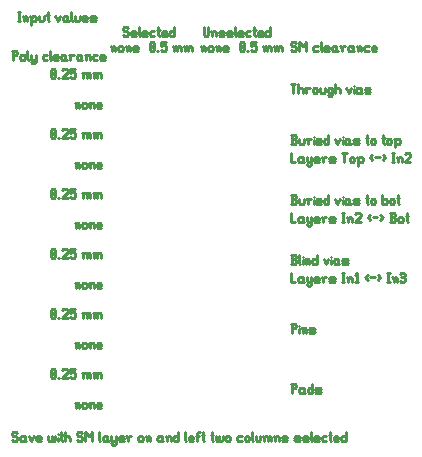
<source format=gbr>
G04 start of page 13 for group -4079 idx -4079 *
G04 Title: ChangeClearSize Action Test, topsilk *
G04 Creator: pcb v4.1.0-g2256aec2 *
G04 CreationDate: Sun May  6 14:43:48 2018 UTC *
G04 For: parkecw1 *
G04 Format: Gerber/RS-274X *
G04 PCB-Dimensions (mil): 1400.00 1500.00 *
G04 PCB-Coordinate-Origin: lower left *
%MOIN*%
%FSLAX25Y25*%
%LNTOPSILK*%
%ADD36C,0.0100*%
G54D36*X2385Y133230D02*Y130150D01*
X2000Y133230D02*X3540D01*
X3925Y132845D01*
Y132075D01*
X3540Y131690D02*X3925Y132075D01*
X2385Y131690D02*X3540D01*
X4849Y131305D02*Y130535D01*
Y131305D02*X5234Y131690D01*
X6004D01*
X6389Y131305D01*
Y130535D01*
X6004Y130150D02*X6389Y130535D01*
X5234Y130150D02*X6004D01*
X4849Y130535D02*X5234Y130150D01*
X7313Y133230D02*Y130535D01*
X7698Y130150D01*
X8468Y131690D02*Y130535D01*
X8853Y130150D01*
X10008Y131690D02*Y129380D01*
X9623Y128995D02*X10008Y129380D01*
X8853Y128995D02*X9623D01*
X8468Y129380D02*X8853Y128995D01*
Y130150D02*X9623D01*
X10008Y130535D01*
X12703Y131690D02*X13858D01*
X12318Y131305D02*X12703Y131690D01*
X12318Y131305D02*Y130535D01*
X12703Y130150D01*
X13858D01*
X14782Y133230D02*Y130535D01*
X15167Y130150D01*
X16322D02*X17477D01*
X15937Y130535D02*X16322Y130150D01*
X15937Y131305D02*Y130535D01*
Y131305D02*X16322Y131690D01*
X17092D01*
X17477Y131305D01*
X15937Y130920D02*X17477D01*
Y131305D02*Y130920D01*
X19556Y131690D02*X19941Y131305D01*
X18786Y131690D02*X19556D01*
X18401Y131305D02*X18786Y131690D01*
X18401Y131305D02*Y130535D01*
X18786Y130150D01*
X19941Y131690D02*Y130535D01*
X20326Y130150D01*
X18786D02*X19556D01*
X19941Y130535D01*
X21635Y131305D02*Y130150D01*
Y131305D02*X22020Y131690D01*
X22790D01*
X21250D02*X21635Y131305D01*
X24869Y131690D02*X25254Y131305D01*
X24099Y131690D02*X24869D01*
X23714Y131305D02*X24099Y131690D01*
X23714Y131305D02*Y130535D01*
X24099Y130150D01*
X25254Y131690D02*Y130535D01*
X25639Y130150D01*
X24099D02*X24869D01*
X25254Y130535D01*
X26948Y131305D02*Y130150D01*
Y131305D02*X27333Y131690D01*
X27718D01*
X28103Y131305D01*
Y130150D01*
X26563Y131690D02*X26948Y131305D01*
X29412Y131690D02*X30567D01*
X29027Y131305D02*X29412Y131690D01*
X29027Y131305D02*Y130535D01*
X29412Y130150D01*
X30567D01*
X31876D02*X33031D01*
X31491Y130535D02*X31876Y130150D01*
X31491Y131305D02*Y130535D01*
Y131305D02*X31876Y131690D01*
X32646D01*
X33031Y131305D01*
X31491Y130920D02*X33031D01*
Y131305D02*Y130920D01*
X15000Y124535D02*X15385Y124150D01*
X15000Y126845D02*Y124535D01*
Y126845D02*X15385Y127230D01*
X16155D01*
X16540Y126845D01*
Y124535D01*
X16155Y124150D02*X16540Y124535D01*
X15385Y124150D02*X16155D01*
X15000Y124920D02*X16540Y126460D01*
X17464Y124150D02*X17849D01*
X18773Y126845D02*X19158Y127230D01*
X20313D01*
X20698Y126845D01*
Y126075D01*
X18773Y124150D02*X20698Y126075D01*
X18773Y124150D02*X20698D01*
X21622Y127230D02*X23162D01*
X21622D02*Y125690D01*
X22007Y126075D01*
X22777D01*
X23162Y125690D01*
Y124535D01*
X22777Y124150D02*X23162Y124535D01*
X22007Y124150D02*X22777D01*
X21622Y124535D02*X22007Y124150D01*
X25857Y125305D02*Y124150D01*
Y125305D02*X26242Y125690D01*
X26627D01*
X27012Y125305D01*
Y124150D01*
Y125305D02*X27397Y125690D01*
X27782D01*
X28167Y125305D01*
Y124150D01*
X25472Y125690D02*X25857Y125305D01*
X29476D02*Y124150D01*
Y125305D02*X29861Y125690D01*
X30246D01*
X30631Y125305D01*
Y124150D01*
Y125305D02*X31016Y125690D01*
X31401D01*
X31786Y125305D01*
Y124150D01*
X29091Y125690D02*X29476Y125305D01*
X23385Y115305D02*Y114150D01*
Y115305D02*X23770Y115690D01*
X24155D01*
X24540Y115305D01*
Y114150D01*
X23000Y115690D02*X23385Y115305D01*
X25464D02*Y114535D01*
Y115305D02*X25849Y115690D01*
X26619D01*
X27004Y115305D01*
Y114535D01*
X26619Y114150D02*X27004Y114535D01*
X25849Y114150D02*X26619D01*
X25464Y114535D02*X25849Y114150D01*
X28313Y115305D02*Y114150D01*
Y115305D02*X28698Y115690D01*
X29083D01*
X29468Y115305D01*
Y114150D01*
X27928Y115690D02*X28313Y115305D01*
X30777Y114150D02*X31932D01*
X30392Y114535D02*X30777Y114150D01*
X30392Y115305D02*Y114535D01*
Y115305D02*X30777Y115690D01*
X31547D01*
X31932Y115305D01*
X30392Y114920D02*X31932D01*
Y115305D02*Y114920D01*
X35390Y134270D02*Y133100D01*
Y134270D02*X35780Y134660D01*
X36170D01*
X36560Y134270D01*
Y133100D01*
X35000Y134660D02*X35390Y134270D01*
X37496D02*Y133490D01*
Y134270D02*X37886Y134660D01*
X38666D01*
X39056Y134270D01*
Y133490D01*
X38666Y133100D02*X39056Y133490D01*
X37886Y133100D02*X38666D01*
X37496Y133490D02*X37886Y133100D01*
X40382Y134270D02*Y133100D01*
Y134270D02*X40772Y134660D01*
X41162D01*
X41552Y134270D01*
Y133100D01*
X39992Y134660D02*X40382Y134270D01*
X42878Y133100D02*X44048D01*
X42488Y133490D02*X42878Y133100D01*
X42488Y134270D02*Y133490D01*
Y134270D02*X42878Y134660D01*
X43658D01*
X44048Y134270D01*
X42488Y133880D02*X44048D01*
Y134270D02*Y133880D01*
X4000Y146220D02*X4780D01*
X4390D02*Y143100D01*
X4000D02*X4780D01*
X6106Y144270D02*Y143100D01*
Y144270D02*X6496Y144660D01*
X6886D01*
X7276Y144270D01*
Y143100D01*
X5716Y144660D02*X6106Y144270D01*
X8602D02*Y141930D01*
X8212Y144660D02*X8602Y144270D01*
X8992Y144660D01*
X9772D01*
X10162Y144270D01*
Y143490D01*
X9772Y143100D02*X10162Y143490D01*
X8992Y143100D02*X9772D01*
X8602Y143490D02*X8992Y143100D01*
X11098Y144660D02*Y143490D01*
X11488Y143100D01*
X12268D01*
X12658Y143490D01*
Y144660D02*Y143490D01*
X13984Y146220D02*Y143490D01*
X14374Y143100D01*
X13594Y145050D02*X14374D01*
X16558Y144660D02*X17338Y143100D01*
X18118Y144660D02*X17338Y143100D01*
X20224Y144660D02*X20614Y144270D01*
X19444Y144660D02*X20224D01*
X19054Y144270D02*X19444Y144660D01*
X19054Y144270D02*Y143490D01*
X19444Y143100D01*
X20614Y144660D02*Y143490D01*
X21004Y143100D01*
X19444D02*X20224D01*
X20614Y143490D01*
X21940Y146220D02*Y143490D01*
X22330Y143100D01*
X23110Y144660D02*Y143490D01*
X23500Y143100D01*
X24280D01*
X24670Y143490D01*
Y144660D02*Y143490D01*
X25996Y143100D02*X27166D01*
X25606Y143490D02*X25996Y143100D01*
X25606Y144270D02*Y143490D01*
Y144270D02*X25996Y144660D01*
X26776D01*
X27166Y144270D01*
X25606Y143880D02*X27166D01*
Y144270D02*Y143880D01*
X28492Y143100D02*X29662D01*
X30052Y143490D01*
X29662Y143880D02*X30052Y143490D01*
X28492Y143880D02*X29662D01*
X28102Y144270D02*X28492Y143880D01*
X28102Y144270D02*X28492Y144660D01*
X29662D01*
X30052Y144270D01*
X28102Y143490D02*X28492Y143100D01*
X15000Y104535D02*X15385Y104150D01*
X15000Y106845D02*Y104535D01*
Y106845D02*X15385Y107230D01*
X16155D01*
X16540Y106845D01*
Y104535D01*
X16155Y104150D02*X16540Y104535D01*
X15385Y104150D02*X16155D01*
X15000Y104920D02*X16540Y106460D01*
X17464Y104150D02*X17849D01*
X18773Y106845D02*X19158Y107230D01*
X20313D01*
X20698Y106845D01*
Y106075D01*
X18773Y104150D02*X20698Y106075D01*
X18773Y104150D02*X20698D01*
X21622Y107230D02*X23162D01*
X21622D02*Y105690D01*
X22007Y106075D01*
X22777D01*
X23162Y105690D01*
Y104535D01*
X22777Y104150D02*X23162Y104535D01*
X22007Y104150D02*X22777D01*
X21622Y104535D02*X22007Y104150D01*
X25857Y105305D02*Y104150D01*
Y105305D02*X26242Y105690D01*
X26627D01*
X27012Y105305D01*
Y104150D01*
Y105305D02*X27397Y105690D01*
X27782D01*
X28167Y105305D01*
Y104150D01*
X25472Y105690D02*X25857Y105305D01*
X29476D02*Y104150D01*
Y105305D02*X29861Y105690D01*
X30246D01*
X30631Y105305D01*
Y104150D01*
Y105305D02*X31016Y105690D01*
X31401D01*
X31786Y105305D01*
Y104150D01*
X29091Y105690D02*X29476Y105305D01*
X23385Y95305D02*Y94150D01*
Y95305D02*X23770Y95690D01*
X24155D01*
X24540Y95305D01*
Y94150D01*
X23000Y95690D02*X23385Y95305D01*
X25464D02*Y94535D01*
Y95305D02*X25849Y95690D01*
X26619D01*
X27004Y95305D01*
Y94535D01*
X26619Y94150D02*X27004Y94535D01*
X25849Y94150D02*X26619D01*
X25464Y94535D02*X25849Y94150D01*
X28313Y95305D02*Y94150D01*
Y95305D02*X28698Y95690D01*
X29083D01*
X29468Y95305D01*
Y94150D01*
X27928Y95690D02*X28313Y95305D01*
X30777Y94150D02*X31932D01*
X30392Y94535D02*X30777Y94150D01*
X30392Y95305D02*Y94535D01*
Y95305D02*X30777Y95690D01*
X31547D01*
X31932Y95305D01*
X30392Y94920D02*X31932D01*
Y95305D02*Y94920D01*
X15000Y84535D02*X15385Y84150D01*
X15000Y86845D02*Y84535D01*
Y86845D02*X15385Y87230D01*
X16155D01*
X16540Y86845D01*
Y84535D01*
X16155Y84150D02*X16540Y84535D01*
X15385Y84150D02*X16155D01*
X15000Y84920D02*X16540Y86460D01*
X17464Y84150D02*X17849D01*
X18773Y86845D02*X19158Y87230D01*
X20313D01*
X20698Y86845D01*
Y86075D01*
X18773Y84150D02*X20698Y86075D01*
X18773Y84150D02*X20698D01*
X21622Y87230D02*X23162D01*
X21622D02*Y85690D01*
X22007Y86075D01*
X22777D01*
X23162Y85690D01*
Y84535D01*
X22777Y84150D02*X23162Y84535D01*
X22007Y84150D02*X22777D01*
X21622Y84535D02*X22007Y84150D01*
X25857Y85305D02*Y84150D01*
Y85305D02*X26242Y85690D01*
X26627D01*
X27012Y85305D01*
Y84150D01*
Y85305D02*X27397Y85690D01*
X27782D01*
X28167Y85305D01*
Y84150D01*
X25472Y85690D02*X25857Y85305D01*
X29476D02*Y84150D01*
Y85305D02*X29861Y85690D01*
X30246D01*
X30631Y85305D01*
Y84150D01*
Y85305D02*X31016Y85690D01*
X31401D01*
X31786Y85305D01*
Y84150D01*
X29091Y85690D02*X29476Y85305D01*
X23385Y75305D02*Y74150D01*
Y75305D02*X23770Y75690D01*
X24155D01*
X24540Y75305D01*
Y74150D01*
X23000Y75690D02*X23385Y75305D01*
X25464D02*Y74535D01*
Y75305D02*X25849Y75690D01*
X26619D01*
X27004Y75305D01*
Y74535D01*
X26619Y74150D02*X27004Y74535D01*
X25849Y74150D02*X26619D01*
X25464Y74535D02*X25849Y74150D01*
X28313Y75305D02*Y74150D01*
Y75305D02*X28698Y75690D01*
X29083D01*
X29468Y75305D01*
Y74150D01*
X27928Y75690D02*X28313Y75305D01*
X30777Y74150D02*X31932D01*
X30392Y74535D02*X30777Y74150D01*
X30392Y75305D02*Y74535D01*
Y75305D02*X30777Y75690D01*
X31547D01*
X31932Y75305D01*
X30392Y74920D02*X31932D01*
Y75305D02*Y74920D01*
X15000Y64535D02*X15385Y64150D01*
X15000Y66845D02*Y64535D01*
Y66845D02*X15385Y67230D01*
X16155D01*
X16540Y66845D01*
Y64535D01*
X16155Y64150D02*X16540Y64535D01*
X15385Y64150D02*X16155D01*
X15000Y64920D02*X16540Y66460D01*
X17464Y64150D02*X17849D01*
X18773Y66845D02*X19158Y67230D01*
X20313D01*
X20698Y66845D01*
Y66075D01*
X18773Y64150D02*X20698Y66075D01*
X18773Y64150D02*X20698D01*
X21622Y67230D02*X23162D01*
X21622D02*Y65690D01*
X22007Y66075D01*
X22777D01*
X23162Y65690D01*
Y64535D01*
X22777Y64150D02*X23162Y64535D01*
X22007Y64150D02*X22777D01*
X21622Y64535D02*X22007Y64150D01*
X25857Y65305D02*Y64150D01*
Y65305D02*X26242Y65690D01*
X26627D01*
X27012Y65305D01*
Y64150D01*
Y65305D02*X27397Y65690D01*
X27782D01*
X28167Y65305D01*
Y64150D01*
X25472Y65690D02*X25857Y65305D01*
X29476D02*Y64150D01*
Y65305D02*X29861Y65690D01*
X30246D01*
X30631Y65305D01*
Y64150D01*
Y65305D02*X31016Y65690D01*
X31401D01*
X31786Y65305D01*
Y64150D01*
X29091Y65690D02*X29476Y65305D01*
X23385Y15305D02*Y14150D01*
Y15305D02*X23770Y15690D01*
X24155D01*
X24540Y15305D01*
Y14150D01*
X23000Y15690D02*X23385Y15305D01*
X25464D02*Y14535D01*
Y15305D02*X25849Y15690D01*
X26619D01*
X27004Y15305D01*
Y14535D01*
X26619Y14150D02*X27004Y14535D01*
X25849Y14150D02*X26619D01*
X25464Y14535D02*X25849Y14150D01*
X28313Y15305D02*Y14150D01*
Y15305D02*X28698Y15690D01*
X29083D01*
X29468Y15305D01*
Y14150D01*
X27928Y15690D02*X28313Y15305D01*
X30777Y14150D02*X31932D01*
X30392Y14535D02*X30777Y14150D01*
X30392Y15305D02*Y14535D01*
Y15305D02*X30777Y15690D01*
X31547D01*
X31932Y15305D01*
X30392Y14920D02*X31932D01*
Y15305D02*Y14920D01*
X15000Y24535D02*X15385Y24150D01*
X15000Y26845D02*Y24535D01*
Y26845D02*X15385Y27230D01*
X16155D01*
X16540Y26845D01*
Y24535D01*
X16155Y24150D02*X16540Y24535D01*
X15385Y24150D02*X16155D01*
X15000Y24920D02*X16540Y26460D01*
X17464Y24150D02*X17849D01*
X18773Y26845D02*X19158Y27230D01*
X20313D01*
X20698Y26845D01*
Y26075D01*
X18773Y24150D02*X20698Y26075D01*
X18773Y24150D02*X20698D01*
X21622Y27230D02*X23162D01*
X21622D02*Y25690D01*
X22007Y26075D01*
X22777D01*
X23162Y25690D01*
Y24535D01*
X22777Y24150D02*X23162Y24535D01*
X22007Y24150D02*X22777D01*
X21622Y24535D02*X22007Y24150D01*
X25857Y25305D02*Y24150D01*
Y25305D02*X26242Y25690D01*
X26627D01*
X27012Y25305D01*
Y24150D01*
Y25305D02*X27397Y25690D01*
X27782D01*
X28167Y25305D01*
Y24150D01*
X25472Y25690D02*X25857Y25305D01*
X29476D02*Y24150D01*
Y25305D02*X29861Y25690D01*
X30246D01*
X30631Y25305D01*
Y24150D01*
Y25305D02*X31016Y25690D01*
X31401D01*
X31786Y25305D01*
Y24150D01*
X29091Y25690D02*X29476Y25305D01*
X23385Y35305D02*Y34150D01*
Y35305D02*X23770Y35690D01*
X24155D01*
X24540Y35305D01*
Y34150D01*
X23000Y35690D02*X23385Y35305D01*
X25464D02*Y34535D01*
Y35305D02*X25849Y35690D01*
X26619D01*
X27004Y35305D01*
Y34535D01*
X26619Y34150D02*X27004Y34535D01*
X25849Y34150D02*X26619D01*
X25464Y34535D02*X25849Y34150D01*
X28313Y35305D02*Y34150D01*
Y35305D02*X28698Y35690D01*
X29083D01*
X29468Y35305D01*
Y34150D01*
X27928Y35690D02*X28313Y35305D01*
X30777Y34150D02*X31932D01*
X30392Y34535D02*X30777Y34150D01*
X30392Y35305D02*Y34535D01*
Y35305D02*X30777Y35690D01*
X31547D01*
X31932Y35305D01*
X30392Y34920D02*X31932D01*
Y35305D02*Y34920D01*
X15000Y44535D02*X15385Y44150D01*
X15000Y46845D02*Y44535D01*
Y46845D02*X15385Y47230D01*
X16155D01*
X16540Y46845D01*
Y44535D01*
X16155Y44150D02*X16540Y44535D01*
X15385Y44150D02*X16155D01*
X15000Y44920D02*X16540Y46460D01*
X17464Y44150D02*X17849D01*
X18773Y46845D02*X19158Y47230D01*
X20313D01*
X20698Y46845D01*
Y46075D01*
X18773Y44150D02*X20698Y46075D01*
X18773Y44150D02*X20698D01*
X21622Y47230D02*X23162D01*
X21622D02*Y45690D01*
X22007Y46075D01*
X22777D01*
X23162Y45690D01*
Y44535D01*
X22777Y44150D02*X23162Y44535D01*
X22007Y44150D02*X22777D01*
X21622Y44535D02*X22007Y44150D01*
X25857Y45305D02*Y44150D01*
Y45305D02*X26242Y45690D01*
X26627D01*
X27012Y45305D01*
Y44150D01*
Y45305D02*X27397Y45690D01*
X27782D01*
X28167Y45305D01*
Y44150D01*
X25472Y45690D02*X25857Y45305D01*
X29476D02*Y44150D01*
Y45305D02*X29861Y45690D01*
X30246D01*
X30631Y45305D01*
Y44150D01*
Y45305D02*X31016Y45690D01*
X31401D01*
X31786Y45305D01*
Y44150D01*
X29091Y45690D02*X29476Y45305D01*
X23385Y55305D02*Y54150D01*
Y55305D02*X23770Y55690D01*
X24155D01*
X24540Y55305D01*
Y54150D01*
X23000Y55690D02*X23385Y55305D01*
X25464D02*Y54535D01*
Y55305D02*X25849Y55690D01*
X26619D01*
X27004Y55305D01*
Y54535D01*
X26619Y54150D02*X27004Y54535D01*
X25849Y54150D02*X26619D01*
X25464Y54535D02*X25849Y54150D01*
X28313Y55305D02*Y54150D01*
Y55305D02*X28698Y55690D01*
X29083D01*
X29468Y55305D01*
Y54150D01*
X27928Y55690D02*X28313Y55305D01*
X30777Y54150D02*X31932D01*
X30392Y54535D02*X30777Y54150D01*
X30392Y55305D02*Y54535D01*
Y55305D02*X30777Y55690D01*
X31547D01*
X31932Y55305D01*
X30392Y54920D02*X31932D01*
Y55305D02*Y54920D01*
X95000Y122230D02*X96540D01*
X95770D02*Y119150D01*
X97464Y122230D02*Y119150D01*
Y120305D02*X97849Y120690D01*
X98619D01*
X99004Y120305D01*
Y119150D01*
X100313Y120305D02*Y119150D01*
Y120305D02*X100698Y120690D01*
X101468D01*
X99928D02*X100313Y120305D01*
X102392D02*Y119535D01*
Y120305D02*X102777Y120690D01*
X103547D01*
X103932Y120305D01*
Y119535D01*
X103547Y119150D02*X103932Y119535D01*
X102777Y119150D02*X103547D01*
X102392Y119535D02*X102777Y119150D01*
X104856Y120690D02*Y119535D01*
X105241Y119150D01*
X106011D01*
X106396Y119535D01*
Y120690D02*Y119535D01*
X108475Y120690D02*X108860Y120305D01*
X107705Y120690D02*X108475D01*
X107320Y120305D02*X107705Y120690D01*
X107320Y120305D02*Y119535D01*
X107705Y119150D01*
X108475D01*
X108860Y119535D01*
X107320Y118380D02*X107705Y117995D01*
X108475D01*
X108860Y118380D01*
Y120690D02*Y118380D01*
X109784Y122230D02*Y119150D01*
Y120305D02*X110169Y120690D01*
X110939D01*
X111324Y120305D01*
Y119150D01*
X113634Y120690D02*X114404Y119150D01*
X115174Y120690D02*X114404Y119150D01*
X116098Y121460D02*Y121383D01*
Y120305D02*Y119150D01*
X118023Y120690D02*X118408Y120305D01*
X117253Y120690D02*X118023D01*
X116868Y120305D02*X117253Y120690D01*
X116868Y120305D02*Y119535D01*
X117253Y119150D01*
X118408Y120690D02*Y119535D01*
X118793Y119150D01*
X117253D02*X118023D01*
X118408Y119535D01*
X120102Y119150D02*X121257D01*
X121642Y119535D01*
X121257Y119920D02*X121642Y119535D01*
X120102Y119920D02*X121257D01*
X119717Y120305D02*X120102Y119920D01*
X119717Y120305D02*X120102Y120690D01*
X121257D01*
X121642Y120305D01*
X119717Y119535D02*X120102Y119150D01*
X40560Y141220D02*X40950Y140830D01*
X39390Y141220D02*X40560D01*
X39000Y140830D02*X39390Y141220D01*
X39000Y140830D02*Y140050D01*
X39390Y139660D01*
X40560D01*
X40950Y139270D01*
Y138490D01*
X40560Y138100D02*X40950Y138490D01*
X39390Y138100D02*X40560D01*
X39000Y138490D02*X39390Y138100D01*
X42276D02*X43446D01*
X41886Y138490D02*X42276Y138100D01*
X41886Y139270D02*Y138490D01*
Y139270D02*X42276Y139660D01*
X43056D01*
X43446Y139270D01*
X41886Y138880D02*X43446D01*
Y139270D02*Y138880D01*
X44382Y141220D02*Y138490D01*
X44772Y138100D01*
X45942D02*X47112D01*
X45552Y138490D02*X45942Y138100D01*
X45552Y139270D02*Y138490D01*
Y139270D02*X45942Y139660D01*
X46722D01*
X47112Y139270D01*
X45552Y138880D02*X47112D01*
Y139270D02*Y138880D01*
X48438Y139660D02*X49608D01*
X48048Y139270D02*X48438Y139660D01*
X48048Y139270D02*Y138490D01*
X48438Y138100D01*
X49608D01*
X50934Y141220D02*Y138490D01*
X51324Y138100D01*
X50544Y140050D02*X51324D01*
X52494Y138100D02*X53664D01*
X52104Y138490D02*X52494Y138100D01*
X52104Y139270D02*Y138490D01*
Y139270D02*X52494Y139660D01*
X53274D01*
X53664Y139270D01*
X52104Y138880D02*X53664D01*
Y139270D02*Y138880D01*
X56160Y141220D02*Y138100D01*
X55770D02*X56160Y138490D01*
X54990Y138100D02*X55770D01*
X54600Y138490D02*X54990Y138100D01*
X54600Y139270D02*Y138490D01*
Y139270D02*X54990Y139660D01*
X55770D01*
X56160Y139270D01*
X66000Y141220D02*Y138490D01*
X66390Y138100D01*
X67170D01*
X67560Y138490D01*
Y141220D02*Y138490D01*
X68886Y139270D02*Y138100D01*
Y139270D02*X69276Y139660D01*
X69666D01*
X70056Y139270D01*
Y138100D01*
X68496Y139660D02*X68886Y139270D01*
X71382Y138100D02*X72552D01*
X72942Y138490D01*
X72552Y138880D02*X72942Y138490D01*
X71382Y138880D02*X72552D01*
X70992Y139270D02*X71382Y138880D01*
X70992Y139270D02*X71382Y139660D01*
X72552D01*
X72942Y139270D01*
X70992Y138490D02*X71382Y138100D01*
X74268D02*X75438D01*
X73878Y138490D02*X74268Y138100D01*
X73878Y139270D02*Y138490D01*
Y139270D02*X74268Y139660D01*
X75048D01*
X75438Y139270D01*
X73878Y138880D02*X75438D01*
Y139270D02*Y138880D01*
X76374Y141220D02*Y138490D01*
X76764Y138100D01*
X77934D02*X79104D01*
X77544Y138490D02*X77934Y138100D01*
X77544Y139270D02*Y138490D01*
Y139270D02*X77934Y139660D01*
X78714D01*
X79104Y139270D01*
X77544Y138880D02*X79104D01*
Y139270D02*Y138880D01*
X80430Y139660D02*X81600D01*
X80040Y139270D02*X80430Y139660D01*
X80040Y139270D02*Y138490D01*
X80430Y138100D01*
X81600D01*
X82926Y141220D02*Y138490D01*
X83316Y138100D01*
X82536Y140050D02*X83316D01*
X84486Y138100D02*X85656D01*
X84096Y138490D02*X84486Y138100D01*
X84096Y139270D02*Y138490D01*
Y139270D02*X84486Y139660D01*
X85266D01*
X85656Y139270D01*
X84096Y138880D02*X85656D01*
Y139270D02*Y138880D01*
X88152Y141220D02*Y138100D01*
X87762D02*X88152Y138490D01*
X86982Y138100D02*X87762D01*
X86592Y138490D02*X86982Y138100D01*
X86592Y139270D02*Y138490D01*
Y139270D02*X86982Y139660D01*
X87762D01*
X88152Y139270D01*
X65390Y134270D02*Y133100D01*
Y134270D02*X65780Y134660D01*
X66170D01*
X66560Y134270D01*
Y133100D01*
X65000Y134660D02*X65390Y134270D01*
X67496D02*Y133490D01*
Y134270D02*X67886Y134660D01*
X68666D01*
X69056Y134270D01*
Y133490D01*
X68666Y133100D02*X69056Y133490D01*
X67886Y133100D02*X68666D01*
X67496Y133490D02*X67886Y133100D01*
X70382Y134270D02*Y133100D01*
Y134270D02*X70772Y134660D01*
X71162D01*
X71552Y134270D01*
Y133100D01*
X69992Y134660D02*X70382Y134270D01*
X72878Y133100D02*X74048D01*
X72488Y133490D02*X72878Y133100D01*
X72488Y134270D02*Y133490D01*
Y134270D02*X72878Y134660D01*
X73658D01*
X74048Y134270D01*
X72488Y133880D02*X74048D01*
Y134270D02*Y133880D01*
X78000Y133490D02*X78390Y133100D01*
X78000Y135830D02*Y133490D01*
Y135830D02*X78390Y136220D01*
X79170D01*
X79560Y135830D01*
Y133490D01*
X79170Y133100D02*X79560Y133490D01*
X78390Y133100D02*X79170D01*
X78000Y133880D02*X79560Y135440D01*
X80496Y133100D02*X80886D01*
X81822Y136220D02*X83382D01*
X81822D02*Y134660D01*
X82212Y135050D01*
X82992D01*
X83382Y134660D01*
Y133490D01*
X82992Y133100D02*X83382Y133490D01*
X82212Y133100D02*X82992D01*
X81822Y133490D02*X82212Y133100D01*
X86112Y134270D02*Y133100D01*
Y134270D02*X86502Y134660D01*
X86892D01*
X87282Y134270D01*
Y133100D01*
Y134270D02*X87672Y134660D01*
X88062D01*
X88452Y134270D01*
Y133100D01*
X85722Y134660D02*X86112Y134270D01*
X89778D02*Y133100D01*
Y134270D02*X90168Y134660D01*
X90558D01*
X90948Y134270D01*
Y133100D01*
Y134270D02*X91338Y134660D01*
X91728D01*
X92118Y134270D01*
Y133100D01*
X89388Y134660D02*X89778Y134270D01*
X48000Y133490D02*X48390Y133100D01*
X48000Y135830D02*Y133490D01*
Y135830D02*X48390Y136220D01*
X49170D01*
X49560Y135830D01*
Y133490D01*
X49170Y133100D02*X49560Y133490D01*
X48390Y133100D02*X49170D01*
X48000Y133880D02*X49560Y135440D01*
X50496Y133100D02*X50886D01*
X51822Y136220D02*X53382D01*
X51822D02*Y134660D01*
X52212Y135050D01*
X52992D01*
X53382Y134660D01*
Y133490D01*
X52992Y133100D02*X53382Y133490D01*
X52212Y133100D02*X52992D01*
X51822Y133490D02*X52212Y133100D01*
X56112Y134270D02*Y133100D01*
Y134270D02*X56502Y134660D01*
X56892D01*
X57282Y134270D01*
Y133100D01*
Y134270D02*X57672Y134660D01*
X58062D01*
X58452Y134270D01*
Y133100D01*
X55722Y134660D02*X56112Y134270D01*
X59778D02*Y133100D01*
Y134270D02*X60168Y134660D01*
X60558D01*
X60948Y134270D01*
Y133100D01*
Y134270D02*X61338Y134660D01*
X61728D01*
X62118Y134270D01*
Y133100D01*
X59388Y134660D02*X59778Y134270D01*
X96560Y136220D02*X96950Y135830D01*
X95390Y136220D02*X96560D01*
X95000Y135830D02*X95390Y136220D01*
X95000Y135830D02*Y135050D01*
X95390Y134660D01*
X96560D01*
X96950Y134270D01*
Y133490D01*
X96560Y133100D02*X96950Y133490D01*
X95390Y133100D02*X96560D01*
X95000Y133490D02*X95390Y133100D01*
X97886Y136220D02*Y133100D01*
Y136220D02*X99056Y134660D01*
X100226Y136220D01*
Y133100D01*
X102956Y134660D02*X104126D01*
X102566Y134270D02*X102956Y134660D01*
X102566Y134270D02*Y133490D01*
X102956Y133100D01*
X104126D01*
X105062Y136220D02*Y133490D01*
X105452Y133100D01*
X106622D02*X107792D01*
X106232Y133490D02*X106622Y133100D01*
X106232Y134270D02*Y133490D01*
Y134270D02*X106622Y134660D01*
X107402D01*
X107792Y134270D01*
X106232Y133880D02*X107792D01*
Y134270D02*Y133880D01*
X109898Y134660D02*X110288Y134270D01*
X109118Y134660D02*X109898D01*
X108728Y134270D02*X109118Y134660D01*
X108728Y134270D02*Y133490D01*
X109118Y133100D01*
X110288Y134660D02*Y133490D01*
X110678Y133100D01*
X109118D02*X109898D01*
X110288Y133490D01*
X112004Y134270D02*Y133100D01*
Y134270D02*X112394Y134660D01*
X113174D01*
X111614D02*X112004Y134270D01*
X115280Y134660D02*X115670Y134270D01*
X114500Y134660D02*X115280D01*
X114110Y134270D02*X114500Y134660D01*
X114110Y134270D02*Y133490D01*
X114500Y133100D01*
X115670Y134660D02*Y133490D01*
X116060Y133100D01*
X114500D02*X115280D01*
X115670Y133490D01*
X117386Y134270D02*Y133100D01*
Y134270D02*X117776Y134660D01*
X118166D01*
X118556Y134270D01*
Y133100D01*
X116996Y134660D02*X117386Y134270D01*
X119882Y134660D02*X121052D01*
X119492Y134270D02*X119882Y134660D01*
X119492Y134270D02*Y133490D01*
X119882Y133100D01*
X121052D01*
X122378D02*X123548D01*
X121988Y133490D02*X122378Y133100D01*
X121988Y134270D02*Y133490D01*
Y134270D02*X122378Y134660D01*
X123158D01*
X123548Y134270D01*
X121988Y133880D02*X123548D01*
Y134270D02*Y133880D01*
X95385Y22230D02*Y19150D01*
X95000Y22230D02*X96540D01*
X96925Y21845D01*
Y21075D01*
X96540Y20690D02*X96925Y21075D01*
X95385Y20690D02*X96540D01*
X99004D02*X99389Y20305D01*
X98234Y20690D02*X99004D01*
X97849Y20305D02*X98234Y20690D01*
X97849Y20305D02*Y19535D01*
X98234Y19150D01*
X99389Y20690D02*Y19535D01*
X99774Y19150D01*
X98234D02*X99004D01*
X99389Y19535D01*
X102238Y22230D02*Y19150D01*
X101853D02*X102238Y19535D01*
X101083Y19150D02*X101853D01*
X100698Y19535D02*X101083Y19150D01*
X100698Y20305D02*Y19535D01*
Y20305D02*X101083Y20690D01*
X101853D01*
X102238Y20305D01*
X103547Y19150D02*X104702D01*
X105087Y19535D01*
X104702Y19920D02*X105087Y19535D01*
X103547Y19920D02*X104702D01*
X103162Y20305D02*X103547Y19920D01*
X103162Y20305D02*X103547Y20690D01*
X104702D01*
X105087Y20305D01*
X103162Y19535D02*X103547Y19150D01*
X95385Y42230D02*Y39150D01*
X95000Y42230D02*X96540D01*
X96925Y41845D01*
Y41075D01*
X96540Y40690D02*X96925Y41075D01*
X95385Y40690D02*X96540D01*
X97849Y41460D02*Y41383D01*
Y40305D02*Y39150D01*
X99004Y40305D02*Y39150D01*
Y40305D02*X99389Y40690D01*
X99774D01*
X100159Y40305D01*
Y39150D01*
X98619Y40690D02*X99004Y40305D01*
X101468Y39150D02*X102623D01*
X103008Y39535D01*
X102623Y39920D02*X103008Y39535D01*
X101468Y39920D02*X102623D01*
X101083Y40305D02*X101468Y39920D01*
X101083Y40305D02*X101468Y40690D01*
X102623D01*
X103008Y40305D01*
X101083Y39535D02*X101468Y39150D01*
X95000Y62150D02*X96540D01*
X96925Y62535D01*
Y63459D02*Y62535D01*
X96540Y63844D02*X96925Y63459D01*
X95385Y63844D02*X96540D01*
X95385Y65230D02*Y62150D01*
X95000Y65230D02*X96540D01*
X96925Y64845D01*
Y64229D01*
X96540Y63844D02*X96925Y64229D01*
X97849Y65230D02*Y62535D01*
X98234Y62150D01*
X99004Y64460D02*Y64383D01*
Y63305D02*Y62150D01*
X100159Y63305D02*Y62150D01*
Y63305D02*X100544Y63690D01*
X100929D01*
X101314Y63305D01*
Y62150D01*
X99774Y63690D02*X100159Y63305D01*
X103778Y65230D02*Y62150D01*
X103393D02*X103778Y62535D01*
X102623Y62150D02*X103393D01*
X102238Y62535D02*X102623Y62150D01*
X102238Y63305D02*Y62535D01*
Y63305D02*X102623Y63690D01*
X103393D01*
X103778Y63305D01*
X106088Y63690D02*X106858Y62150D01*
X107628Y63690D02*X106858Y62150D01*
X108552Y64460D02*Y64383D01*
Y63305D02*Y62150D01*
X110477Y63690D02*X110862Y63305D01*
X109707Y63690D02*X110477D01*
X109322Y63305D02*X109707Y63690D01*
X109322Y63305D02*Y62535D01*
X109707Y62150D01*
X110862Y63690D02*Y62535D01*
X111247Y62150D01*
X109707D02*X110477D01*
X110862Y62535D01*
X112556Y62150D02*X113711D01*
X114096Y62535D01*
X113711Y62920D02*X114096Y62535D01*
X112556Y62920D02*X113711D01*
X112171Y63305D02*X112556Y62920D01*
X112171Y63305D02*X112556Y63690D01*
X113711D01*
X114096Y63305D01*
X112171Y62535D02*X112556Y62150D01*
X3560Y6220D02*X3950Y5830D01*
X2390Y6220D02*X3560D01*
X2000Y5830D02*X2390Y6220D01*
X2000Y5830D02*Y5050D01*
X2390Y4660D01*
X3560D01*
X3950Y4270D01*
Y3490D01*
X3560Y3100D02*X3950Y3490D01*
X2390Y3100D02*X3560D01*
X2000Y3490D02*X2390Y3100D01*
X6056Y4660D02*X6446Y4270D01*
X5276Y4660D02*X6056D01*
X4886Y4270D02*X5276Y4660D01*
X4886Y4270D02*Y3490D01*
X5276Y3100D01*
X6446Y4660D02*Y3490D01*
X6836Y3100D01*
X5276D02*X6056D01*
X6446Y3490D01*
X7772Y4660D02*X8552Y3100D01*
X9332Y4660D02*X8552Y3100D01*
X10658D02*X11828D01*
X10268Y3490D02*X10658Y3100D01*
X10268Y4270D02*Y3490D01*
Y4270D02*X10658Y4660D01*
X11438D01*
X11828Y4270D01*
X10268Y3880D02*X11828D01*
Y4270D02*Y3880D01*
X14168Y4660D02*Y3490D01*
X14558Y3100D01*
X14948D01*
X15338Y3490D01*
Y4660D02*Y3490D01*
X15728Y3100D01*
X16118D01*
X16508Y3490D01*
Y4660D02*Y3490D01*
X17444Y5440D02*Y5362D01*
Y4270D02*Y3100D01*
X18614Y6220D02*Y3490D01*
X19004Y3100D01*
X18224Y5050D02*X19004D01*
X19784Y6220D02*Y3100D01*
Y4270D02*X20174Y4660D01*
X20954D01*
X21344Y4270D01*
Y3100D01*
X25244Y6220D02*X25634Y5830D01*
X24074Y6220D02*X25244D01*
X23684Y5830D02*X24074Y6220D01*
X23684Y5830D02*Y5050D01*
X24074Y4660D01*
X25244D01*
X25634Y4270D01*
Y3490D01*
X25244Y3100D02*X25634Y3490D01*
X24074Y3100D02*X25244D01*
X23684Y3490D02*X24074Y3100D01*
X26570Y6220D02*Y3100D01*
Y6220D02*X27740Y4660D01*
X28910Y6220D01*
Y3100D01*
X31250Y6220D02*Y3490D01*
X31640Y3100D01*
X33590Y4660D02*X33980Y4270D01*
X32810Y4660D02*X33590D01*
X32420Y4270D02*X32810Y4660D01*
X32420Y4270D02*Y3490D01*
X32810Y3100D01*
X33980Y4660D02*Y3490D01*
X34370Y3100D01*
X32810D02*X33590D01*
X33980Y3490D01*
X35306Y4660D02*Y3490D01*
X35696Y3100D01*
X36866Y4660D02*Y2320D01*
X36476Y1930D02*X36866Y2320D01*
X35696Y1930D02*X36476D01*
X35306Y2320D02*X35696Y1930D01*
Y3100D02*X36476D01*
X36866Y3490D01*
X38192Y3100D02*X39362D01*
X37802Y3490D02*X38192Y3100D01*
X37802Y4270D02*Y3490D01*
Y4270D02*X38192Y4660D01*
X38972D01*
X39362Y4270D01*
X37802Y3880D02*X39362D01*
Y4270D02*Y3880D01*
X40688Y4270D02*Y3100D01*
Y4270D02*X41078Y4660D01*
X41858D01*
X40298D02*X40688Y4270D01*
X44198D02*Y3490D01*
Y4270D02*X44588Y4660D01*
X45368D01*
X45758Y4270D01*
Y3490D01*
X45368Y3100D02*X45758Y3490D01*
X44588Y3100D02*X45368D01*
X44198Y3490D02*X44588Y3100D01*
X47084Y4270D02*Y3100D01*
Y4270D02*X47474Y4660D01*
X47864D01*
X48254Y4270D01*
Y3100D01*
X46694Y4660D02*X47084Y4270D01*
X51764Y4660D02*X52154Y4270D01*
X50984Y4660D02*X51764D01*
X50594Y4270D02*X50984Y4660D01*
X50594Y4270D02*Y3490D01*
X50984Y3100D01*
X52154Y4660D02*Y3490D01*
X52544Y3100D01*
X50984D02*X51764D01*
X52154Y3490D01*
X53870Y4270D02*Y3100D01*
Y4270D02*X54260Y4660D01*
X54650D01*
X55040Y4270D01*
Y3100D01*
X53480Y4660D02*X53870Y4270D01*
X57536Y6220D02*Y3100D01*
X57146D02*X57536Y3490D01*
X56366Y3100D02*X57146D01*
X55976Y3490D02*X56366Y3100D01*
X55976Y4270D02*Y3490D01*
Y4270D02*X56366Y4660D01*
X57146D01*
X57536Y4270D01*
X59876Y6220D02*Y3490D01*
X60266Y3100D01*
X61436D02*X62606D01*
X61046Y3490D02*X61436Y3100D01*
X61046Y4270D02*Y3490D01*
Y4270D02*X61436Y4660D01*
X62216D01*
X62606Y4270D01*
X61046Y3880D02*X62606D01*
Y4270D02*Y3880D01*
X63932Y5830D02*Y3100D01*
Y5830D02*X64322Y6220D01*
X64712D01*
X63542Y4660D02*X64322D01*
X65882Y6220D02*Y3490D01*
X66272Y3100D01*
X65492Y5050D02*X66272D01*
X68846Y6220D02*Y3490D01*
X69236Y3100D01*
X68456Y5050D02*X69236D01*
X70016Y4660D02*Y3490D01*
X70406Y3100D01*
X70796D01*
X71186Y3490D01*
Y4660D02*Y3490D01*
X71576Y3100D01*
X71966D01*
X72356Y3490D01*
Y4660D02*Y3490D01*
X73292Y4270D02*Y3490D01*
Y4270D02*X73682Y4660D01*
X74462D01*
X74852Y4270D01*
Y3490D01*
X74462Y3100D02*X74852Y3490D01*
X73682Y3100D02*X74462D01*
X73292Y3490D02*X73682Y3100D01*
X77582Y4660D02*X78752D01*
X77192Y4270D02*X77582Y4660D01*
X77192Y4270D02*Y3490D01*
X77582Y3100D01*
X78752D01*
X79688Y4270D02*Y3490D01*
Y4270D02*X80078Y4660D01*
X80858D01*
X81248Y4270D01*
Y3490D01*
X80858Y3100D02*X81248Y3490D01*
X80078Y3100D02*X80858D01*
X79688Y3490D02*X80078Y3100D01*
X82184Y6220D02*Y3490D01*
X82574Y3100D01*
X83354Y4660D02*Y3490D01*
X83744Y3100D01*
X84524D01*
X84914Y3490D01*
Y4660D02*Y3490D01*
X86240Y4270D02*Y3100D01*
Y4270D02*X86630Y4660D01*
X87020D01*
X87410Y4270D01*
Y3100D01*
Y4270D02*X87800Y4660D01*
X88190D01*
X88580Y4270D01*
Y3100D01*
X85850Y4660D02*X86240Y4270D01*
X89906D02*Y3100D01*
Y4270D02*X90296Y4660D01*
X90686D01*
X91076Y4270D01*
Y3100D01*
X89516Y4660D02*X89906Y4270D01*
X92402Y3100D02*X93572D01*
X93962Y3490D01*
X93572Y3880D02*X93962Y3490D01*
X92402Y3880D02*X93572D01*
X92012Y4270D02*X92402Y3880D01*
X92012Y4270D02*X92402Y4660D01*
X93572D01*
X93962Y4270D01*
X92012Y3490D02*X92402Y3100D01*
X96692D02*X97862D01*
X98252Y3490D01*
X97862Y3880D02*X98252Y3490D01*
X96692Y3880D02*X97862D01*
X96302Y4270D02*X96692Y3880D01*
X96302Y4270D02*X96692Y4660D01*
X97862D01*
X98252Y4270D01*
X96302Y3490D02*X96692Y3100D01*
X99578D02*X100748D01*
X99188Y3490D02*X99578Y3100D01*
X99188Y4270D02*Y3490D01*
Y4270D02*X99578Y4660D01*
X100358D01*
X100748Y4270D01*
X99188Y3880D02*X100748D01*
Y4270D02*Y3880D01*
X101684Y6220D02*Y3490D01*
X102074Y3100D01*
X103244D02*X104414D01*
X102854Y3490D02*X103244Y3100D01*
X102854Y4270D02*Y3490D01*
Y4270D02*X103244Y4660D01*
X104024D01*
X104414Y4270D01*
X102854Y3880D02*X104414D01*
Y4270D02*Y3880D01*
X105740Y4660D02*X106910D01*
X105350Y4270D02*X105740Y4660D01*
X105350Y4270D02*Y3490D01*
X105740Y3100D01*
X106910D01*
X108236Y6220D02*Y3490D01*
X108626Y3100D01*
X107846Y5050D02*X108626D01*
X109796Y3100D02*X110966D01*
X109406Y3490D02*X109796Y3100D01*
X109406Y4270D02*Y3490D01*
Y4270D02*X109796Y4660D01*
X110576D01*
X110966Y4270D01*
X109406Y3880D02*X110966D01*
Y4270D02*Y3880D01*
X113462Y6220D02*Y3100D01*
X113072D02*X113462Y3490D01*
X112292Y3100D02*X113072D01*
X111902Y3490D02*X112292Y3100D01*
X111902Y4270D02*Y3490D01*
Y4270D02*X112292Y4660D01*
X113072D01*
X113462Y4270D01*
X95000Y102150D02*X96540D01*
X96925Y102535D01*
Y103459D02*Y102535D01*
X96540Y103844D02*X96925Y103459D01*
X95385Y103844D02*X96540D01*
X95385Y105230D02*Y102150D01*
X95000Y105230D02*X96540D01*
X96925Y104845D01*
Y104229D01*
X96540Y103844D02*X96925Y104229D01*
X97849Y103690D02*Y102535D01*
X98234Y102150D01*
X99004D01*
X99389Y102535D01*
Y103690D02*Y102535D01*
X100698Y103305D02*Y102150D01*
Y103305D02*X101083Y103690D01*
X101853D01*
X100313D02*X100698Y103305D01*
X102777Y104460D02*Y104383D01*
Y103305D02*Y102150D01*
X103932D02*X105087D01*
X103547Y102535D02*X103932Y102150D01*
X103547Y103305D02*Y102535D01*
Y103305D02*X103932Y103690D01*
X104702D01*
X105087Y103305D01*
X103547Y102920D02*X105087D01*
Y103305D02*Y102920D01*
X107551Y105230D02*Y102150D01*
X107166D02*X107551Y102535D01*
X106396Y102150D02*X107166D01*
X106011Y102535D02*X106396Y102150D01*
X106011Y103305D02*Y102535D01*
Y103305D02*X106396Y103690D01*
X107166D01*
X107551Y103305D01*
X109861Y103690D02*X110631Y102150D01*
X111401Y103690D02*X110631Y102150D01*
X112325Y104460D02*Y104383D01*
Y103305D02*Y102150D01*
X114250Y103690D02*X114635Y103305D01*
X113480Y103690D02*X114250D01*
X113095Y103305D02*X113480Y103690D01*
X113095Y103305D02*Y102535D01*
X113480Y102150D01*
X114635Y103690D02*Y102535D01*
X115020Y102150D01*
X113480D02*X114250D01*
X114635Y102535D01*
X116329Y102150D02*X117484D01*
X117869Y102535D01*
X117484Y102920D02*X117869Y102535D01*
X116329Y102920D02*X117484D01*
X115944Y103305D02*X116329Y102920D01*
X115944Y103305D02*X116329Y103690D01*
X117484D01*
X117869Y103305D01*
X115944Y102535D02*X116329Y102150D01*
X120564Y105230D02*Y102535D01*
X120949Y102150D01*
X120179Y104075D02*X120949D01*
X121719Y103305D02*Y102535D01*
Y103305D02*X122104Y103690D01*
X122874D01*
X123259Y103305D01*
Y102535D01*
X122874Y102150D02*X123259Y102535D01*
X122104Y102150D02*X122874D01*
X121719Y102535D02*X122104Y102150D01*
X125954Y105230D02*Y102535D01*
X126339Y102150D01*
X125569Y104075D02*X126339D01*
X127109Y103305D02*Y102535D01*
Y103305D02*X127494Y103690D01*
X128264D01*
X128649Y103305D01*
Y102535D01*
X128264Y102150D02*X128649Y102535D01*
X127494Y102150D02*X128264D01*
X127109Y102535D02*X127494Y102150D01*
X129958Y103305D02*Y100995D01*
X129573Y103690D02*X129958Y103305D01*
X130343Y103690D01*
X131113D01*
X131498Y103305D01*
Y102535D01*
X131113Y102150D02*X131498Y102535D01*
X130343Y102150D02*X131113D01*
X129958Y102535D02*X130343Y102150D01*
X95000Y99220D02*Y96100D01*
X96560D01*
X98666Y97660D02*X99056Y97270D01*
X97886Y97660D02*X98666D01*
X97496Y97270D02*X97886Y97660D01*
X97496Y97270D02*Y96490D01*
X97886Y96100D01*
X99056Y97660D02*Y96490D01*
X99446Y96100D01*
X97886D02*X98666D01*
X99056Y96490D01*
X100382Y97660D02*Y96490D01*
X100772Y96100D01*
X101942Y97660D02*Y95320D01*
X101552Y94930D02*X101942Y95320D01*
X100772Y94930D02*X101552D01*
X100382Y95320D02*X100772Y94930D01*
Y96100D02*X101552D01*
X101942Y96490D01*
X103268Y96100D02*X104438D01*
X102878Y96490D02*X103268Y96100D01*
X102878Y97270D02*Y96490D01*
Y97270D02*X103268Y97660D01*
X104048D01*
X104438Y97270D01*
X102878Y96880D02*X104438D01*
Y97270D02*Y96880D01*
X105764Y97270D02*Y96100D01*
Y97270D02*X106154Y97660D01*
X106934D01*
X105374D02*X105764Y97270D01*
X108260Y96100D02*X109430D01*
X109820Y96490D01*
X109430Y96880D02*X109820Y96490D01*
X108260Y96880D02*X109430D01*
X107870Y97270D02*X108260Y96880D01*
X107870Y97270D02*X108260Y97660D01*
X109430D01*
X109820Y97270D01*
X107870Y96490D02*X108260Y96100D01*
X112160Y99220D02*X113720D01*
X112940D02*Y96100D01*
X114656Y97270D02*Y96490D01*
Y97270D02*X115046Y97660D01*
X115826D01*
X116216Y97270D01*
Y96490D01*
X115826Y96100D02*X116216Y96490D01*
X115046Y96100D02*X115826D01*
X114656Y96490D02*X115046Y96100D01*
X117542Y97270D02*Y94930D01*
X117152Y97660D02*X117542Y97270D01*
X117932Y97660D01*
X118712D01*
X119102Y97270D01*
Y96490D01*
X118712Y96100D02*X119102Y96490D01*
X117932Y96100D02*X118712D01*
X117542Y96490D02*X117932Y96100D01*
X121442Y97660D02*X122222Y98440D01*
X121442Y97660D02*X122222Y96880D01*
X123158Y97660D02*X124718D01*
X125654Y98440D02*X126434Y97660D01*
X125654Y96880D02*X126434Y97660D01*
X128774Y99220D02*X129554D01*
X129164D02*Y96100D01*
X128774D02*X129554D01*
X130880Y97270D02*Y96100D01*
Y97270D02*X131270Y97660D01*
X131660D01*
X132050Y97270D01*
Y96100D01*
X130490Y97660D02*X130880Y97270D01*
X132986Y98830D02*X133376Y99220D01*
X134546D01*
X134936Y98830D01*
Y98050D01*
X132986Y96100D02*X134936Y98050D01*
X132986Y96100D02*X134936D01*
X95000Y82150D02*X96540D01*
X96925Y82535D01*
Y83459D02*Y82535D01*
X96540Y83844D02*X96925Y83459D01*
X95385Y83844D02*X96540D01*
X95385Y85230D02*Y82150D01*
X95000Y85230D02*X96540D01*
X96925Y84845D01*
Y84229D01*
X96540Y83844D02*X96925Y84229D01*
X97849Y83690D02*Y82535D01*
X98234Y82150D01*
X99004D01*
X99389Y82535D01*
Y83690D02*Y82535D01*
X100698Y83305D02*Y82150D01*
Y83305D02*X101083Y83690D01*
X101853D01*
X100313D02*X100698Y83305D01*
X102777Y84460D02*Y84383D01*
Y83305D02*Y82150D01*
X103932D02*X105087D01*
X103547Y82535D02*X103932Y82150D01*
X103547Y83305D02*Y82535D01*
Y83305D02*X103932Y83690D01*
X104702D01*
X105087Y83305D01*
X103547Y82920D02*X105087D01*
Y83305D02*Y82920D01*
X107551Y85230D02*Y82150D01*
X107166D02*X107551Y82535D01*
X106396Y82150D02*X107166D01*
X106011Y82535D02*X106396Y82150D01*
X106011Y83305D02*Y82535D01*
Y83305D02*X106396Y83690D01*
X107166D01*
X107551Y83305D01*
X109861Y83690D02*X110631Y82150D01*
X111401Y83690D02*X110631Y82150D01*
X112325Y84460D02*Y84383D01*
Y83305D02*Y82150D01*
X114250Y83690D02*X114635Y83305D01*
X113480Y83690D02*X114250D01*
X113095Y83305D02*X113480Y83690D01*
X113095Y83305D02*Y82535D01*
X113480Y82150D01*
X114635Y83690D02*Y82535D01*
X115020Y82150D01*
X113480D02*X114250D01*
X114635Y82535D01*
X116329Y82150D02*X117484D01*
X117869Y82535D01*
X117484Y82920D02*X117869Y82535D01*
X116329Y82920D02*X117484D01*
X115944Y83305D02*X116329Y82920D01*
X115944Y83305D02*X116329Y83690D01*
X117484D01*
X117869Y83305D01*
X115944Y82535D02*X116329Y82150D01*
X120564Y85230D02*Y82535D01*
X120949Y82150D01*
X120179Y84075D02*X120949D01*
X121719Y83305D02*Y82535D01*
Y83305D02*X122104Y83690D01*
X122874D01*
X123259Y83305D01*
Y82535D01*
X122874Y82150D02*X123259Y82535D01*
X122104Y82150D02*X122874D01*
X121719Y82535D02*X122104Y82150D01*
X125569Y85230D02*Y82150D01*
Y82535D02*X125954Y82150D01*
X126724D01*
X127109Y82535D01*
Y83305D02*Y82535D01*
X126724Y83690D02*X127109Y83305D01*
X125954Y83690D02*X126724D01*
X125569Y83305D02*X125954Y83690D01*
X128033Y83305D02*Y82535D01*
Y83305D02*X128418Y83690D01*
X129188D01*
X129573Y83305D01*
Y82535D01*
X129188Y82150D02*X129573Y82535D01*
X128418Y82150D02*X129188D01*
X128033Y82535D02*X128418Y82150D01*
X130882Y85230D02*Y82535D01*
X131267Y82150D01*
X130497Y84075D02*X131267D01*
X95000Y79220D02*Y76100D01*
X96560D01*
X98666Y77660D02*X99056Y77270D01*
X97886Y77660D02*X98666D01*
X97496Y77270D02*X97886Y77660D01*
X97496Y77270D02*Y76490D01*
X97886Y76100D01*
X99056Y77660D02*Y76490D01*
X99446Y76100D01*
X97886D02*X98666D01*
X99056Y76490D01*
X100382Y77660D02*Y76490D01*
X100772Y76100D01*
X101942Y77660D02*Y75320D01*
X101552Y74930D02*X101942Y75320D01*
X100772Y74930D02*X101552D01*
X100382Y75320D02*X100772Y74930D01*
Y76100D02*X101552D01*
X101942Y76490D01*
X103268Y76100D02*X104438D01*
X102878Y76490D02*X103268Y76100D01*
X102878Y77270D02*Y76490D01*
Y77270D02*X103268Y77660D01*
X104048D01*
X104438Y77270D01*
X102878Y76880D02*X104438D01*
Y77270D02*Y76880D01*
X105764Y77270D02*Y76100D01*
Y77270D02*X106154Y77660D01*
X106934D01*
X105374D02*X105764Y77270D01*
X108260Y76100D02*X109430D01*
X109820Y76490D01*
X109430Y76880D02*X109820Y76490D01*
X108260Y76880D02*X109430D01*
X107870Y77270D02*X108260Y76880D01*
X107870Y77270D02*X108260Y77660D01*
X109430D01*
X109820Y77270D01*
X107870Y76490D02*X108260Y76100D01*
X112160Y79220D02*X112940D01*
X112550D02*Y76100D01*
X112160D02*X112940D01*
X114266Y77270D02*Y76100D01*
Y77270D02*X114656Y77660D01*
X115046D01*
X115436Y77270D01*
Y76100D01*
X113876Y77660D02*X114266Y77270D01*
X116372Y78830D02*X116762Y79220D01*
X117932D01*
X118322Y78830D01*
Y78050D01*
X116372Y76100D02*X118322Y78050D01*
X116372Y76100D02*X118322D01*
X120662Y77660D02*X121442Y78440D01*
X120662Y77660D02*X121442Y76880D01*
X122378Y77660D02*X123938D01*
X124874Y78440D02*X125654Y77660D01*
X124874Y76880D02*X125654Y77660D01*
X127994Y76100D02*X129554D01*
X129944Y76490D01*
Y77426D02*Y76490D01*
X129554Y77816D02*X129944Y77426D01*
X128384Y77816D02*X129554D01*
X128384Y79220D02*Y76100D01*
X127994Y79220D02*X129554D01*
X129944Y78830D01*
Y78206D01*
X129554Y77816D02*X129944Y78206D01*
X130880Y77270D02*Y76490D01*
Y77270D02*X131270Y77660D01*
X132050D01*
X132440Y77270D01*
Y76490D01*
X132050Y76100D02*X132440Y76490D01*
X131270Y76100D02*X132050D01*
X130880Y76490D02*X131270Y76100D01*
X133766Y79220D02*Y76490D01*
X134156Y76100D01*
X133376Y78050D02*X134156D01*
X95000Y59220D02*Y56100D01*
X96560D01*
X98666Y57660D02*X99056Y57270D01*
X97886Y57660D02*X98666D01*
X97496Y57270D02*X97886Y57660D01*
X97496Y57270D02*Y56490D01*
X97886Y56100D01*
X99056Y57660D02*Y56490D01*
X99446Y56100D01*
X97886D02*X98666D01*
X99056Y56490D01*
X100382Y57660D02*Y56490D01*
X100772Y56100D01*
X101942Y57660D02*Y55320D01*
X101552Y54930D02*X101942Y55320D01*
X100772Y54930D02*X101552D01*
X100382Y55320D02*X100772Y54930D01*
Y56100D02*X101552D01*
X101942Y56490D01*
X103268Y56100D02*X104438D01*
X102878Y56490D02*X103268Y56100D01*
X102878Y57270D02*Y56490D01*
Y57270D02*X103268Y57660D01*
X104048D01*
X104438Y57270D01*
X102878Y56880D02*X104438D01*
Y57270D02*Y56880D01*
X105764Y57270D02*Y56100D01*
Y57270D02*X106154Y57660D01*
X106934D01*
X105374D02*X105764Y57270D01*
X108260Y56100D02*X109430D01*
X109820Y56490D01*
X109430Y56880D02*X109820Y56490D01*
X108260Y56880D02*X109430D01*
X107870Y57270D02*X108260Y56880D01*
X107870Y57270D02*X108260Y57660D01*
X109430D01*
X109820Y57270D01*
X107870Y56490D02*X108260Y56100D01*
X112160Y59220D02*X112940D01*
X112550D02*Y56100D01*
X112160D02*X112940D01*
X114266Y57270D02*Y56100D01*
Y57270D02*X114656Y57660D01*
X115046D01*
X115436Y57270D01*
Y56100D01*
X113876Y57660D02*X114266Y57270D01*
X116372Y58596D02*X116996Y59220D01*
Y56100D01*
X116372D02*X117542D01*
X119882Y57660D02*X120662Y58440D01*
X119882Y57660D02*X120662Y56880D01*
X121598Y57660D02*X123158D01*
X124094Y58440D02*X124874Y57660D01*
X124094Y56880D02*X124874Y57660D01*
X127214Y59220D02*X127994D01*
X127604D02*Y56100D01*
X127214D02*X127994D01*
X129320Y57270D02*Y56100D01*
Y57270D02*X129710Y57660D01*
X130100D01*
X130490Y57270D01*
Y56100D01*
X128930Y57660D02*X129320Y57270D01*
X131426Y58830D02*X131816Y59220D01*
X132596D01*
X132986Y58830D01*
X132596Y56100D02*X132986Y56490D01*
X131816Y56100D02*X132596D01*
X131426Y56490D02*X131816Y56100D01*
Y57816D02*X132596D01*
X132986Y58830D02*Y58206D01*
Y57426D02*Y56490D01*
Y57426D02*X132596Y57816D01*
X132986Y58206D02*X132596Y57816D01*
M02*

</source>
